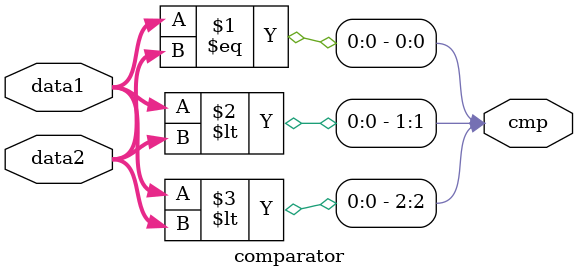
<source format=v>
`timescale 1ns / 1ps


module comparator(
	input [31:0] data1,
	input [31:0] data2,
	output [2:0] cmp
    );
    
    assign cmp[0] = data1 == data2;
    assign cmp[1] = data1 < data2;
    assign cmp[2] = $unsigned(data1) < $unsigned(data2);
    
endmodule

</source>
